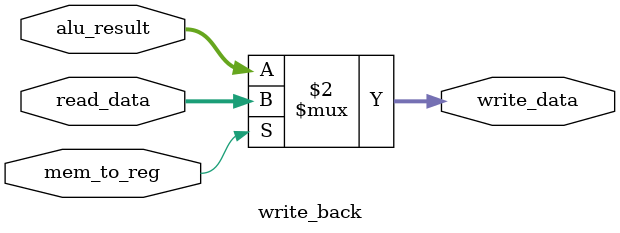
<source format=v>
`timescale 1ns / 1ps

module write_back (
	input mem_to_reg,
	input [31:0] read_data,
	input [31:0] alu_result,
	output [31:0] write_data
	);
	
	assign write_data = mem_to_reg == 1'b1 ? read_data : alu_result;

endmodule

</source>
